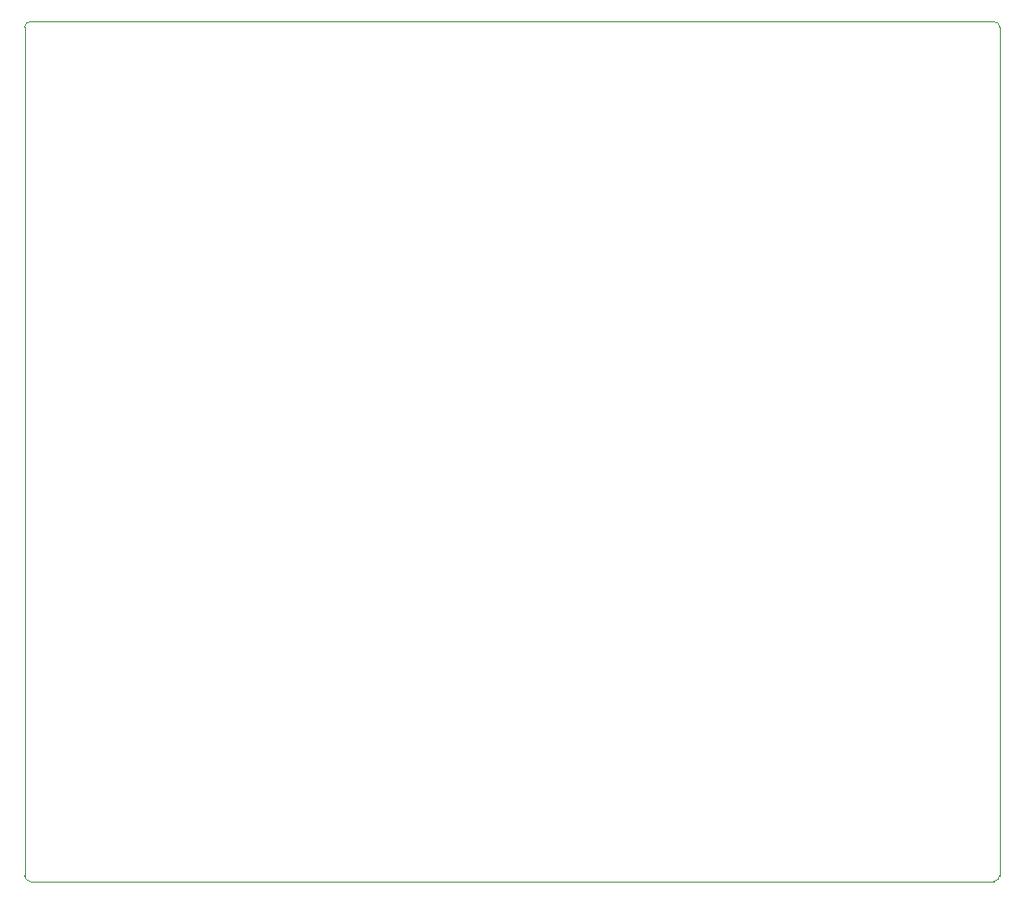
<source format=gbr>
%TF.GenerationSoftware,KiCad,Pcbnew,8.0.6*%
%TF.CreationDate,2025-02-09T15:22:34+01:00*%
%TF.ProjectId,BaseBoard,42617365-426f-4617-9264-2e6b69636164,rev?*%
%TF.SameCoordinates,Original*%
%TF.FileFunction,Profile,NP*%
%FSLAX46Y46*%
G04 Gerber Fmt 4.6, Leading zero omitted, Abs format (unit mm)*
G04 Created by KiCad (PCBNEW 8.0.6) date 2025-02-09 15:22:34*
%MOMM*%
%LPD*%
G01*
G04 APERTURE LIST*
%TA.AperFunction,Profile*%
%ADD10C,0.050000*%
%TD*%
G04 APERTURE END LIST*
D10*
X101000000Y-55500000D02*
X101000000Y-133000000D01*
X101000000Y-55500000D02*
G75*
G02*
X101500000Y-55000000I500000J0D01*
G01*
X189500000Y-55000000D02*
G75*
G02*
X190000000Y-55500000I0J-500000D01*
G01*
X190000000Y-133000000D02*
G75*
G02*
X189500000Y-133500000I-500000J0D01*
G01*
X101500000Y-133500000D02*
G75*
G02*
X101000000Y-133000000I0J500000D01*
G01*
X101500000Y-133500000D02*
X189500000Y-133500000D01*
X190000000Y-55500000D02*
X190000000Y-133000000D01*
X189500000Y-55000000D02*
X101500000Y-55000000D01*
M02*

</source>
